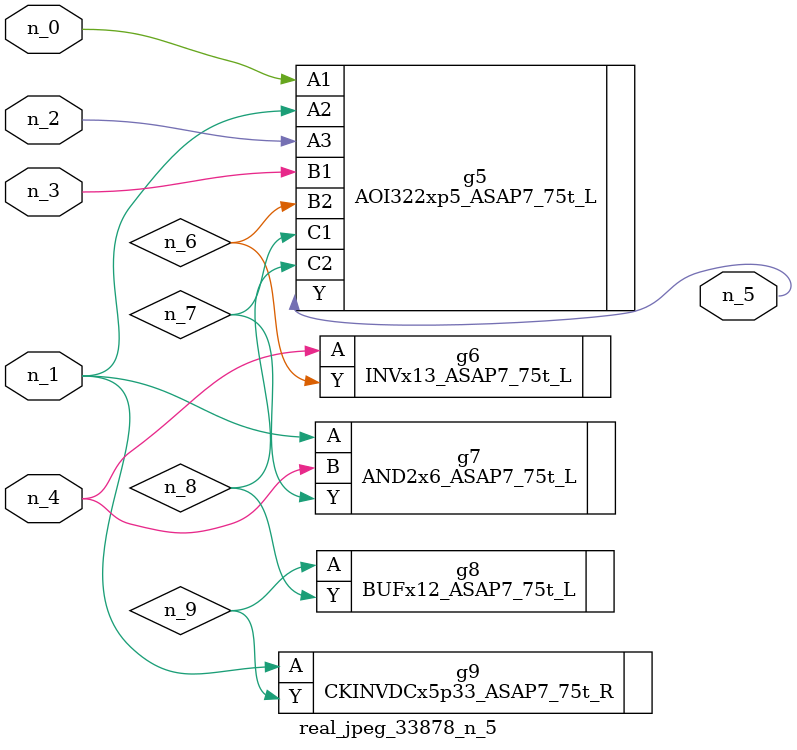
<source format=v>
module real_jpeg_33878_n_5 (n_4, n_0, n_1, n_2, n_3, n_5);

input n_4;
input n_0;
input n_1;
input n_2;
input n_3;

output n_5;

wire n_8;
wire n_6;
wire n_7;
wire n_9;

AOI322xp5_ASAP7_75t_L g5 ( 
.A1(n_0),
.A2(n_1),
.A3(n_2),
.B1(n_3),
.B2(n_6),
.C1(n_7),
.C2(n_8),
.Y(n_5)
);

AND2x6_ASAP7_75t_L g7 ( 
.A(n_1),
.B(n_4),
.Y(n_7)
);

CKINVDCx5p33_ASAP7_75t_R g9 ( 
.A(n_1),
.Y(n_9)
);

INVx13_ASAP7_75t_L g6 ( 
.A(n_4),
.Y(n_6)
);

BUFx12_ASAP7_75t_L g8 ( 
.A(n_9),
.Y(n_8)
);


endmodule
</source>
